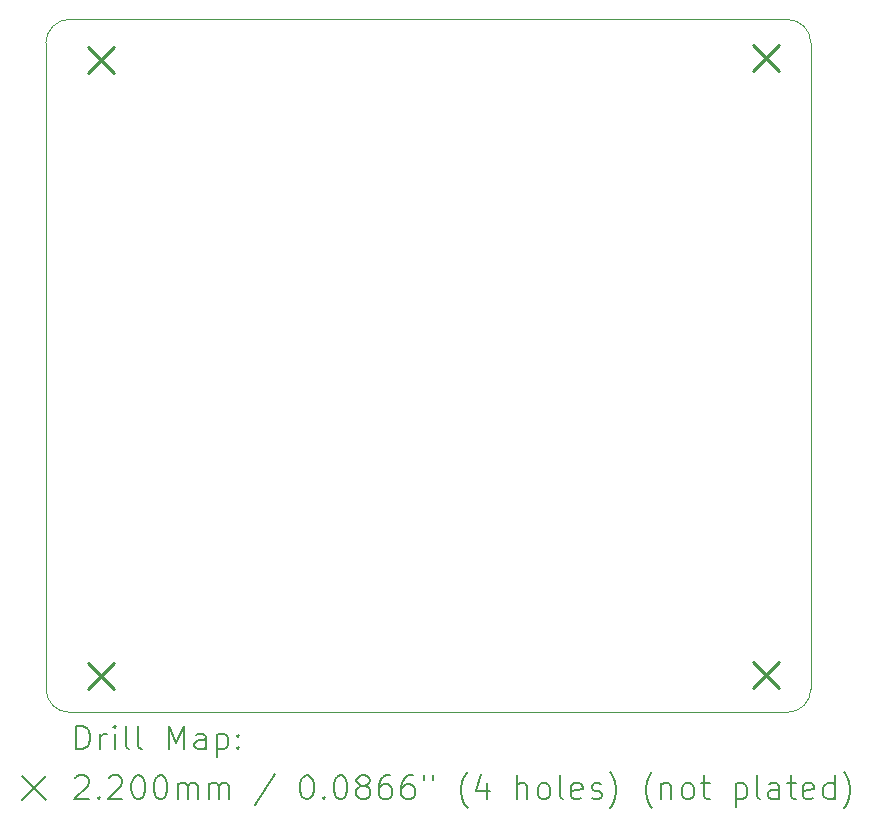
<source format=gbr>
%TF.GenerationSoftware,KiCad,Pcbnew,8.0.7*%
%TF.CreationDate,2025-05-01T01:05:52-07:00*%
%TF.ProjectId,salp_board,73616c70-5f62-46f6-9172-642e6b696361,rev?*%
%TF.SameCoordinates,Original*%
%TF.FileFunction,Drillmap*%
%TF.FilePolarity,Positive*%
%FSLAX45Y45*%
G04 Gerber Fmt 4.5, Leading zero omitted, Abs format (unit mm)*
G04 Created by KiCad (PCBNEW 8.0.7) date 2025-05-01 01:05:52*
%MOMM*%
%LPD*%
G01*
G04 APERTURE LIST*
%ADD10C,0.050000*%
%ADD11C,0.200000*%
%ADD12C,0.220000*%
G04 APERTURE END LIST*
D10*
X19637400Y-11480800D02*
X13560400Y-11480800D01*
X13360400Y-11280800D02*
X13360400Y-5813400D01*
X13560400Y-5613400D02*
X19637400Y-5613400D01*
X13560400Y-11480800D02*
G75*
G02*
X13360400Y-11280800I0J200000D01*
G01*
X19637400Y-5613400D02*
G75*
G02*
X19837400Y-5813400I0J-200000D01*
G01*
X19837400Y-5813400D02*
X19837400Y-11280800D01*
X19837400Y-11280800D02*
G75*
G02*
X19637400Y-11480800I-200000J0D01*
G01*
X13360400Y-5813400D02*
G75*
G02*
X13560400Y-5613400I200000J0D01*
G01*
D11*
D12*
X13720300Y-5846300D02*
X13940300Y-6066300D01*
X13940300Y-5846300D02*
X13720300Y-6066300D01*
X13720300Y-11066000D02*
X13940300Y-11286000D01*
X13940300Y-11066000D02*
X13720300Y-11286000D01*
X19346400Y-5833600D02*
X19566400Y-6053600D01*
X19566400Y-5833600D02*
X19346400Y-6053600D01*
X19346400Y-11053300D02*
X19566400Y-11273300D01*
X19566400Y-11053300D02*
X19346400Y-11273300D01*
D11*
X13618677Y-11794784D02*
X13618677Y-11594784D01*
X13618677Y-11594784D02*
X13666296Y-11594784D01*
X13666296Y-11594784D02*
X13694867Y-11604308D01*
X13694867Y-11604308D02*
X13713915Y-11623355D01*
X13713915Y-11623355D02*
X13723439Y-11642403D01*
X13723439Y-11642403D02*
X13732962Y-11680498D01*
X13732962Y-11680498D02*
X13732962Y-11709069D01*
X13732962Y-11709069D02*
X13723439Y-11747165D01*
X13723439Y-11747165D02*
X13713915Y-11766212D01*
X13713915Y-11766212D02*
X13694867Y-11785260D01*
X13694867Y-11785260D02*
X13666296Y-11794784D01*
X13666296Y-11794784D02*
X13618677Y-11794784D01*
X13818677Y-11794784D02*
X13818677Y-11661450D01*
X13818677Y-11699546D02*
X13828201Y-11680498D01*
X13828201Y-11680498D02*
X13837724Y-11670974D01*
X13837724Y-11670974D02*
X13856772Y-11661450D01*
X13856772Y-11661450D02*
X13875820Y-11661450D01*
X13942486Y-11794784D02*
X13942486Y-11661450D01*
X13942486Y-11594784D02*
X13932962Y-11604308D01*
X13932962Y-11604308D02*
X13942486Y-11613831D01*
X13942486Y-11613831D02*
X13952010Y-11604308D01*
X13952010Y-11604308D02*
X13942486Y-11594784D01*
X13942486Y-11594784D02*
X13942486Y-11613831D01*
X14066296Y-11794784D02*
X14047248Y-11785260D01*
X14047248Y-11785260D02*
X14037724Y-11766212D01*
X14037724Y-11766212D02*
X14037724Y-11594784D01*
X14171058Y-11794784D02*
X14152010Y-11785260D01*
X14152010Y-11785260D02*
X14142486Y-11766212D01*
X14142486Y-11766212D02*
X14142486Y-11594784D01*
X14399629Y-11794784D02*
X14399629Y-11594784D01*
X14399629Y-11594784D02*
X14466296Y-11737641D01*
X14466296Y-11737641D02*
X14532962Y-11594784D01*
X14532962Y-11594784D02*
X14532962Y-11794784D01*
X14713915Y-11794784D02*
X14713915Y-11690022D01*
X14713915Y-11690022D02*
X14704391Y-11670974D01*
X14704391Y-11670974D02*
X14685343Y-11661450D01*
X14685343Y-11661450D02*
X14647248Y-11661450D01*
X14647248Y-11661450D02*
X14628201Y-11670974D01*
X14713915Y-11785260D02*
X14694867Y-11794784D01*
X14694867Y-11794784D02*
X14647248Y-11794784D01*
X14647248Y-11794784D02*
X14628201Y-11785260D01*
X14628201Y-11785260D02*
X14618677Y-11766212D01*
X14618677Y-11766212D02*
X14618677Y-11747165D01*
X14618677Y-11747165D02*
X14628201Y-11728117D01*
X14628201Y-11728117D02*
X14647248Y-11718593D01*
X14647248Y-11718593D02*
X14694867Y-11718593D01*
X14694867Y-11718593D02*
X14713915Y-11709069D01*
X14809153Y-11661450D02*
X14809153Y-11861450D01*
X14809153Y-11670974D02*
X14828201Y-11661450D01*
X14828201Y-11661450D02*
X14866296Y-11661450D01*
X14866296Y-11661450D02*
X14885343Y-11670974D01*
X14885343Y-11670974D02*
X14894867Y-11680498D01*
X14894867Y-11680498D02*
X14904391Y-11699546D01*
X14904391Y-11699546D02*
X14904391Y-11756688D01*
X14904391Y-11756688D02*
X14894867Y-11775736D01*
X14894867Y-11775736D02*
X14885343Y-11785260D01*
X14885343Y-11785260D02*
X14866296Y-11794784D01*
X14866296Y-11794784D02*
X14828201Y-11794784D01*
X14828201Y-11794784D02*
X14809153Y-11785260D01*
X14990105Y-11775736D02*
X14999629Y-11785260D01*
X14999629Y-11785260D02*
X14990105Y-11794784D01*
X14990105Y-11794784D02*
X14980582Y-11785260D01*
X14980582Y-11785260D02*
X14990105Y-11775736D01*
X14990105Y-11775736D02*
X14990105Y-11794784D01*
X14990105Y-11670974D02*
X14999629Y-11680498D01*
X14999629Y-11680498D02*
X14990105Y-11690022D01*
X14990105Y-11690022D02*
X14980582Y-11680498D01*
X14980582Y-11680498D02*
X14990105Y-11670974D01*
X14990105Y-11670974D02*
X14990105Y-11690022D01*
X13157900Y-12023300D02*
X13357900Y-12223300D01*
X13357900Y-12023300D02*
X13157900Y-12223300D01*
X13609153Y-12033831D02*
X13618677Y-12024308D01*
X13618677Y-12024308D02*
X13637724Y-12014784D01*
X13637724Y-12014784D02*
X13685343Y-12014784D01*
X13685343Y-12014784D02*
X13704391Y-12024308D01*
X13704391Y-12024308D02*
X13713915Y-12033831D01*
X13713915Y-12033831D02*
X13723439Y-12052879D01*
X13723439Y-12052879D02*
X13723439Y-12071927D01*
X13723439Y-12071927D02*
X13713915Y-12100498D01*
X13713915Y-12100498D02*
X13599629Y-12214784D01*
X13599629Y-12214784D02*
X13723439Y-12214784D01*
X13809153Y-12195736D02*
X13818677Y-12205260D01*
X13818677Y-12205260D02*
X13809153Y-12214784D01*
X13809153Y-12214784D02*
X13799629Y-12205260D01*
X13799629Y-12205260D02*
X13809153Y-12195736D01*
X13809153Y-12195736D02*
X13809153Y-12214784D01*
X13894867Y-12033831D02*
X13904391Y-12024308D01*
X13904391Y-12024308D02*
X13923439Y-12014784D01*
X13923439Y-12014784D02*
X13971058Y-12014784D01*
X13971058Y-12014784D02*
X13990105Y-12024308D01*
X13990105Y-12024308D02*
X13999629Y-12033831D01*
X13999629Y-12033831D02*
X14009153Y-12052879D01*
X14009153Y-12052879D02*
X14009153Y-12071927D01*
X14009153Y-12071927D02*
X13999629Y-12100498D01*
X13999629Y-12100498D02*
X13885343Y-12214784D01*
X13885343Y-12214784D02*
X14009153Y-12214784D01*
X14132962Y-12014784D02*
X14152010Y-12014784D01*
X14152010Y-12014784D02*
X14171058Y-12024308D01*
X14171058Y-12024308D02*
X14180582Y-12033831D01*
X14180582Y-12033831D02*
X14190105Y-12052879D01*
X14190105Y-12052879D02*
X14199629Y-12090974D01*
X14199629Y-12090974D02*
X14199629Y-12138593D01*
X14199629Y-12138593D02*
X14190105Y-12176688D01*
X14190105Y-12176688D02*
X14180582Y-12195736D01*
X14180582Y-12195736D02*
X14171058Y-12205260D01*
X14171058Y-12205260D02*
X14152010Y-12214784D01*
X14152010Y-12214784D02*
X14132962Y-12214784D01*
X14132962Y-12214784D02*
X14113915Y-12205260D01*
X14113915Y-12205260D02*
X14104391Y-12195736D01*
X14104391Y-12195736D02*
X14094867Y-12176688D01*
X14094867Y-12176688D02*
X14085343Y-12138593D01*
X14085343Y-12138593D02*
X14085343Y-12090974D01*
X14085343Y-12090974D02*
X14094867Y-12052879D01*
X14094867Y-12052879D02*
X14104391Y-12033831D01*
X14104391Y-12033831D02*
X14113915Y-12024308D01*
X14113915Y-12024308D02*
X14132962Y-12014784D01*
X14323439Y-12014784D02*
X14342486Y-12014784D01*
X14342486Y-12014784D02*
X14361534Y-12024308D01*
X14361534Y-12024308D02*
X14371058Y-12033831D01*
X14371058Y-12033831D02*
X14380582Y-12052879D01*
X14380582Y-12052879D02*
X14390105Y-12090974D01*
X14390105Y-12090974D02*
X14390105Y-12138593D01*
X14390105Y-12138593D02*
X14380582Y-12176688D01*
X14380582Y-12176688D02*
X14371058Y-12195736D01*
X14371058Y-12195736D02*
X14361534Y-12205260D01*
X14361534Y-12205260D02*
X14342486Y-12214784D01*
X14342486Y-12214784D02*
X14323439Y-12214784D01*
X14323439Y-12214784D02*
X14304391Y-12205260D01*
X14304391Y-12205260D02*
X14294867Y-12195736D01*
X14294867Y-12195736D02*
X14285343Y-12176688D01*
X14285343Y-12176688D02*
X14275820Y-12138593D01*
X14275820Y-12138593D02*
X14275820Y-12090974D01*
X14275820Y-12090974D02*
X14285343Y-12052879D01*
X14285343Y-12052879D02*
X14294867Y-12033831D01*
X14294867Y-12033831D02*
X14304391Y-12024308D01*
X14304391Y-12024308D02*
X14323439Y-12014784D01*
X14475820Y-12214784D02*
X14475820Y-12081450D01*
X14475820Y-12100498D02*
X14485343Y-12090974D01*
X14485343Y-12090974D02*
X14504391Y-12081450D01*
X14504391Y-12081450D02*
X14532963Y-12081450D01*
X14532963Y-12081450D02*
X14552010Y-12090974D01*
X14552010Y-12090974D02*
X14561534Y-12110022D01*
X14561534Y-12110022D02*
X14561534Y-12214784D01*
X14561534Y-12110022D02*
X14571058Y-12090974D01*
X14571058Y-12090974D02*
X14590105Y-12081450D01*
X14590105Y-12081450D02*
X14618677Y-12081450D01*
X14618677Y-12081450D02*
X14637724Y-12090974D01*
X14637724Y-12090974D02*
X14647248Y-12110022D01*
X14647248Y-12110022D02*
X14647248Y-12214784D01*
X14742486Y-12214784D02*
X14742486Y-12081450D01*
X14742486Y-12100498D02*
X14752010Y-12090974D01*
X14752010Y-12090974D02*
X14771058Y-12081450D01*
X14771058Y-12081450D02*
X14799629Y-12081450D01*
X14799629Y-12081450D02*
X14818677Y-12090974D01*
X14818677Y-12090974D02*
X14828201Y-12110022D01*
X14828201Y-12110022D02*
X14828201Y-12214784D01*
X14828201Y-12110022D02*
X14837724Y-12090974D01*
X14837724Y-12090974D02*
X14856772Y-12081450D01*
X14856772Y-12081450D02*
X14885343Y-12081450D01*
X14885343Y-12081450D02*
X14904391Y-12090974D01*
X14904391Y-12090974D02*
X14913915Y-12110022D01*
X14913915Y-12110022D02*
X14913915Y-12214784D01*
X15304391Y-12005260D02*
X15132963Y-12262403D01*
X15561534Y-12014784D02*
X15580582Y-12014784D01*
X15580582Y-12014784D02*
X15599629Y-12024308D01*
X15599629Y-12024308D02*
X15609153Y-12033831D01*
X15609153Y-12033831D02*
X15618677Y-12052879D01*
X15618677Y-12052879D02*
X15628201Y-12090974D01*
X15628201Y-12090974D02*
X15628201Y-12138593D01*
X15628201Y-12138593D02*
X15618677Y-12176688D01*
X15618677Y-12176688D02*
X15609153Y-12195736D01*
X15609153Y-12195736D02*
X15599629Y-12205260D01*
X15599629Y-12205260D02*
X15580582Y-12214784D01*
X15580582Y-12214784D02*
X15561534Y-12214784D01*
X15561534Y-12214784D02*
X15542486Y-12205260D01*
X15542486Y-12205260D02*
X15532963Y-12195736D01*
X15532963Y-12195736D02*
X15523439Y-12176688D01*
X15523439Y-12176688D02*
X15513915Y-12138593D01*
X15513915Y-12138593D02*
X15513915Y-12090974D01*
X15513915Y-12090974D02*
X15523439Y-12052879D01*
X15523439Y-12052879D02*
X15532963Y-12033831D01*
X15532963Y-12033831D02*
X15542486Y-12024308D01*
X15542486Y-12024308D02*
X15561534Y-12014784D01*
X15713915Y-12195736D02*
X15723439Y-12205260D01*
X15723439Y-12205260D02*
X15713915Y-12214784D01*
X15713915Y-12214784D02*
X15704391Y-12205260D01*
X15704391Y-12205260D02*
X15713915Y-12195736D01*
X15713915Y-12195736D02*
X15713915Y-12214784D01*
X15847248Y-12014784D02*
X15866296Y-12014784D01*
X15866296Y-12014784D02*
X15885344Y-12024308D01*
X15885344Y-12024308D02*
X15894867Y-12033831D01*
X15894867Y-12033831D02*
X15904391Y-12052879D01*
X15904391Y-12052879D02*
X15913915Y-12090974D01*
X15913915Y-12090974D02*
X15913915Y-12138593D01*
X15913915Y-12138593D02*
X15904391Y-12176688D01*
X15904391Y-12176688D02*
X15894867Y-12195736D01*
X15894867Y-12195736D02*
X15885344Y-12205260D01*
X15885344Y-12205260D02*
X15866296Y-12214784D01*
X15866296Y-12214784D02*
X15847248Y-12214784D01*
X15847248Y-12214784D02*
X15828201Y-12205260D01*
X15828201Y-12205260D02*
X15818677Y-12195736D01*
X15818677Y-12195736D02*
X15809153Y-12176688D01*
X15809153Y-12176688D02*
X15799629Y-12138593D01*
X15799629Y-12138593D02*
X15799629Y-12090974D01*
X15799629Y-12090974D02*
X15809153Y-12052879D01*
X15809153Y-12052879D02*
X15818677Y-12033831D01*
X15818677Y-12033831D02*
X15828201Y-12024308D01*
X15828201Y-12024308D02*
X15847248Y-12014784D01*
X16028201Y-12100498D02*
X16009153Y-12090974D01*
X16009153Y-12090974D02*
X15999629Y-12081450D01*
X15999629Y-12081450D02*
X15990106Y-12062403D01*
X15990106Y-12062403D02*
X15990106Y-12052879D01*
X15990106Y-12052879D02*
X15999629Y-12033831D01*
X15999629Y-12033831D02*
X16009153Y-12024308D01*
X16009153Y-12024308D02*
X16028201Y-12014784D01*
X16028201Y-12014784D02*
X16066296Y-12014784D01*
X16066296Y-12014784D02*
X16085344Y-12024308D01*
X16085344Y-12024308D02*
X16094867Y-12033831D01*
X16094867Y-12033831D02*
X16104391Y-12052879D01*
X16104391Y-12052879D02*
X16104391Y-12062403D01*
X16104391Y-12062403D02*
X16094867Y-12081450D01*
X16094867Y-12081450D02*
X16085344Y-12090974D01*
X16085344Y-12090974D02*
X16066296Y-12100498D01*
X16066296Y-12100498D02*
X16028201Y-12100498D01*
X16028201Y-12100498D02*
X16009153Y-12110022D01*
X16009153Y-12110022D02*
X15999629Y-12119546D01*
X15999629Y-12119546D02*
X15990106Y-12138593D01*
X15990106Y-12138593D02*
X15990106Y-12176688D01*
X15990106Y-12176688D02*
X15999629Y-12195736D01*
X15999629Y-12195736D02*
X16009153Y-12205260D01*
X16009153Y-12205260D02*
X16028201Y-12214784D01*
X16028201Y-12214784D02*
X16066296Y-12214784D01*
X16066296Y-12214784D02*
X16085344Y-12205260D01*
X16085344Y-12205260D02*
X16094867Y-12195736D01*
X16094867Y-12195736D02*
X16104391Y-12176688D01*
X16104391Y-12176688D02*
X16104391Y-12138593D01*
X16104391Y-12138593D02*
X16094867Y-12119546D01*
X16094867Y-12119546D02*
X16085344Y-12110022D01*
X16085344Y-12110022D02*
X16066296Y-12100498D01*
X16275820Y-12014784D02*
X16237725Y-12014784D01*
X16237725Y-12014784D02*
X16218677Y-12024308D01*
X16218677Y-12024308D02*
X16209153Y-12033831D01*
X16209153Y-12033831D02*
X16190106Y-12062403D01*
X16190106Y-12062403D02*
X16180582Y-12100498D01*
X16180582Y-12100498D02*
X16180582Y-12176688D01*
X16180582Y-12176688D02*
X16190106Y-12195736D01*
X16190106Y-12195736D02*
X16199629Y-12205260D01*
X16199629Y-12205260D02*
X16218677Y-12214784D01*
X16218677Y-12214784D02*
X16256772Y-12214784D01*
X16256772Y-12214784D02*
X16275820Y-12205260D01*
X16275820Y-12205260D02*
X16285344Y-12195736D01*
X16285344Y-12195736D02*
X16294867Y-12176688D01*
X16294867Y-12176688D02*
X16294867Y-12129069D01*
X16294867Y-12129069D02*
X16285344Y-12110022D01*
X16285344Y-12110022D02*
X16275820Y-12100498D01*
X16275820Y-12100498D02*
X16256772Y-12090974D01*
X16256772Y-12090974D02*
X16218677Y-12090974D01*
X16218677Y-12090974D02*
X16199629Y-12100498D01*
X16199629Y-12100498D02*
X16190106Y-12110022D01*
X16190106Y-12110022D02*
X16180582Y-12129069D01*
X16466296Y-12014784D02*
X16428201Y-12014784D01*
X16428201Y-12014784D02*
X16409153Y-12024308D01*
X16409153Y-12024308D02*
X16399629Y-12033831D01*
X16399629Y-12033831D02*
X16380582Y-12062403D01*
X16380582Y-12062403D02*
X16371058Y-12100498D01*
X16371058Y-12100498D02*
X16371058Y-12176688D01*
X16371058Y-12176688D02*
X16380582Y-12195736D01*
X16380582Y-12195736D02*
X16390106Y-12205260D01*
X16390106Y-12205260D02*
X16409153Y-12214784D01*
X16409153Y-12214784D02*
X16447248Y-12214784D01*
X16447248Y-12214784D02*
X16466296Y-12205260D01*
X16466296Y-12205260D02*
X16475820Y-12195736D01*
X16475820Y-12195736D02*
X16485344Y-12176688D01*
X16485344Y-12176688D02*
X16485344Y-12129069D01*
X16485344Y-12129069D02*
X16475820Y-12110022D01*
X16475820Y-12110022D02*
X16466296Y-12100498D01*
X16466296Y-12100498D02*
X16447248Y-12090974D01*
X16447248Y-12090974D02*
X16409153Y-12090974D01*
X16409153Y-12090974D02*
X16390106Y-12100498D01*
X16390106Y-12100498D02*
X16380582Y-12110022D01*
X16380582Y-12110022D02*
X16371058Y-12129069D01*
X16561534Y-12014784D02*
X16561534Y-12052879D01*
X16637725Y-12014784D02*
X16637725Y-12052879D01*
X16932963Y-12290974D02*
X16923439Y-12281450D01*
X16923439Y-12281450D02*
X16904391Y-12252879D01*
X16904391Y-12252879D02*
X16894868Y-12233831D01*
X16894868Y-12233831D02*
X16885344Y-12205260D01*
X16885344Y-12205260D02*
X16875820Y-12157641D01*
X16875820Y-12157641D02*
X16875820Y-12119546D01*
X16875820Y-12119546D02*
X16885344Y-12071927D01*
X16885344Y-12071927D02*
X16894868Y-12043355D01*
X16894868Y-12043355D02*
X16904391Y-12024308D01*
X16904391Y-12024308D02*
X16923439Y-11995736D01*
X16923439Y-11995736D02*
X16932963Y-11986212D01*
X17094868Y-12081450D02*
X17094868Y-12214784D01*
X17047249Y-12005260D02*
X16999630Y-12148117D01*
X16999630Y-12148117D02*
X17123439Y-12148117D01*
X17352011Y-12214784D02*
X17352011Y-12014784D01*
X17437725Y-12214784D02*
X17437725Y-12110022D01*
X17437725Y-12110022D02*
X17428201Y-12090974D01*
X17428201Y-12090974D02*
X17409153Y-12081450D01*
X17409153Y-12081450D02*
X17380582Y-12081450D01*
X17380582Y-12081450D02*
X17361534Y-12090974D01*
X17361534Y-12090974D02*
X17352011Y-12100498D01*
X17561534Y-12214784D02*
X17542487Y-12205260D01*
X17542487Y-12205260D02*
X17532963Y-12195736D01*
X17532963Y-12195736D02*
X17523439Y-12176688D01*
X17523439Y-12176688D02*
X17523439Y-12119546D01*
X17523439Y-12119546D02*
X17532963Y-12100498D01*
X17532963Y-12100498D02*
X17542487Y-12090974D01*
X17542487Y-12090974D02*
X17561534Y-12081450D01*
X17561534Y-12081450D02*
X17590106Y-12081450D01*
X17590106Y-12081450D02*
X17609153Y-12090974D01*
X17609153Y-12090974D02*
X17618677Y-12100498D01*
X17618677Y-12100498D02*
X17628201Y-12119546D01*
X17628201Y-12119546D02*
X17628201Y-12176688D01*
X17628201Y-12176688D02*
X17618677Y-12195736D01*
X17618677Y-12195736D02*
X17609153Y-12205260D01*
X17609153Y-12205260D02*
X17590106Y-12214784D01*
X17590106Y-12214784D02*
X17561534Y-12214784D01*
X17742487Y-12214784D02*
X17723439Y-12205260D01*
X17723439Y-12205260D02*
X17713915Y-12186212D01*
X17713915Y-12186212D02*
X17713915Y-12014784D01*
X17894868Y-12205260D02*
X17875820Y-12214784D01*
X17875820Y-12214784D02*
X17837725Y-12214784D01*
X17837725Y-12214784D02*
X17818677Y-12205260D01*
X17818677Y-12205260D02*
X17809153Y-12186212D01*
X17809153Y-12186212D02*
X17809153Y-12110022D01*
X17809153Y-12110022D02*
X17818677Y-12090974D01*
X17818677Y-12090974D02*
X17837725Y-12081450D01*
X17837725Y-12081450D02*
X17875820Y-12081450D01*
X17875820Y-12081450D02*
X17894868Y-12090974D01*
X17894868Y-12090974D02*
X17904392Y-12110022D01*
X17904392Y-12110022D02*
X17904392Y-12129069D01*
X17904392Y-12129069D02*
X17809153Y-12148117D01*
X17980582Y-12205260D02*
X17999630Y-12214784D01*
X17999630Y-12214784D02*
X18037725Y-12214784D01*
X18037725Y-12214784D02*
X18056773Y-12205260D01*
X18056773Y-12205260D02*
X18066296Y-12186212D01*
X18066296Y-12186212D02*
X18066296Y-12176688D01*
X18066296Y-12176688D02*
X18056773Y-12157641D01*
X18056773Y-12157641D02*
X18037725Y-12148117D01*
X18037725Y-12148117D02*
X18009153Y-12148117D01*
X18009153Y-12148117D02*
X17990106Y-12138593D01*
X17990106Y-12138593D02*
X17980582Y-12119546D01*
X17980582Y-12119546D02*
X17980582Y-12110022D01*
X17980582Y-12110022D02*
X17990106Y-12090974D01*
X17990106Y-12090974D02*
X18009153Y-12081450D01*
X18009153Y-12081450D02*
X18037725Y-12081450D01*
X18037725Y-12081450D02*
X18056773Y-12090974D01*
X18132963Y-12290974D02*
X18142487Y-12281450D01*
X18142487Y-12281450D02*
X18161534Y-12252879D01*
X18161534Y-12252879D02*
X18171058Y-12233831D01*
X18171058Y-12233831D02*
X18180582Y-12205260D01*
X18180582Y-12205260D02*
X18190106Y-12157641D01*
X18190106Y-12157641D02*
X18190106Y-12119546D01*
X18190106Y-12119546D02*
X18180582Y-12071927D01*
X18180582Y-12071927D02*
X18171058Y-12043355D01*
X18171058Y-12043355D02*
X18161534Y-12024308D01*
X18161534Y-12024308D02*
X18142487Y-11995736D01*
X18142487Y-11995736D02*
X18132963Y-11986212D01*
X18494868Y-12290974D02*
X18485344Y-12281450D01*
X18485344Y-12281450D02*
X18466296Y-12252879D01*
X18466296Y-12252879D02*
X18456773Y-12233831D01*
X18456773Y-12233831D02*
X18447249Y-12205260D01*
X18447249Y-12205260D02*
X18437725Y-12157641D01*
X18437725Y-12157641D02*
X18437725Y-12119546D01*
X18437725Y-12119546D02*
X18447249Y-12071927D01*
X18447249Y-12071927D02*
X18456773Y-12043355D01*
X18456773Y-12043355D02*
X18466296Y-12024308D01*
X18466296Y-12024308D02*
X18485344Y-11995736D01*
X18485344Y-11995736D02*
X18494868Y-11986212D01*
X18571058Y-12081450D02*
X18571058Y-12214784D01*
X18571058Y-12100498D02*
X18580582Y-12090974D01*
X18580582Y-12090974D02*
X18599630Y-12081450D01*
X18599630Y-12081450D02*
X18628201Y-12081450D01*
X18628201Y-12081450D02*
X18647249Y-12090974D01*
X18647249Y-12090974D02*
X18656773Y-12110022D01*
X18656773Y-12110022D02*
X18656773Y-12214784D01*
X18780582Y-12214784D02*
X18761534Y-12205260D01*
X18761534Y-12205260D02*
X18752011Y-12195736D01*
X18752011Y-12195736D02*
X18742487Y-12176688D01*
X18742487Y-12176688D02*
X18742487Y-12119546D01*
X18742487Y-12119546D02*
X18752011Y-12100498D01*
X18752011Y-12100498D02*
X18761534Y-12090974D01*
X18761534Y-12090974D02*
X18780582Y-12081450D01*
X18780582Y-12081450D02*
X18809154Y-12081450D01*
X18809154Y-12081450D02*
X18828201Y-12090974D01*
X18828201Y-12090974D02*
X18837725Y-12100498D01*
X18837725Y-12100498D02*
X18847249Y-12119546D01*
X18847249Y-12119546D02*
X18847249Y-12176688D01*
X18847249Y-12176688D02*
X18837725Y-12195736D01*
X18837725Y-12195736D02*
X18828201Y-12205260D01*
X18828201Y-12205260D02*
X18809154Y-12214784D01*
X18809154Y-12214784D02*
X18780582Y-12214784D01*
X18904392Y-12081450D02*
X18980582Y-12081450D01*
X18932963Y-12014784D02*
X18932963Y-12186212D01*
X18932963Y-12186212D02*
X18942487Y-12205260D01*
X18942487Y-12205260D02*
X18961534Y-12214784D01*
X18961534Y-12214784D02*
X18980582Y-12214784D01*
X19199630Y-12081450D02*
X19199630Y-12281450D01*
X19199630Y-12090974D02*
X19218677Y-12081450D01*
X19218677Y-12081450D02*
X19256773Y-12081450D01*
X19256773Y-12081450D02*
X19275820Y-12090974D01*
X19275820Y-12090974D02*
X19285344Y-12100498D01*
X19285344Y-12100498D02*
X19294868Y-12119546D01*
X19294868Y-12119546D02*
X19294868Y-12176688D01*
X19294868Y-12176688D02*
X19285344Y-12195736D01*
X19285344Y-12195736D02*
X19275820Y-12205260D01*
X19275820Y-12205260D02*
X19256773Y-12214784D01*
X19256773Y-12214784D02*
X19218677Y-12214784D01*
X19218677Y-12214784D02*
X19199630Y-12205260D01*
X19409154Y-12214784D02*
X19390106Y-12205260D01*
X19390106Y-12205260D02*
X19380582Y-12186212D01*
X19380582Y-12186212D02*
X19380582Y-12014784D01*
X19571058Y-12214784D02*
X19571058Y-12110022D01*
X19571058Y-12110022D02*
X19561535Y-12090974D01*
X19561535Y-12090974D02*
X19542487Y-12081450D01*
X19542487Y-12081450D02*
X19504392Y-12081450D01*
X19504392Y-12081450D02*
X19485344Y-12090974D01*
X19571058Y-12205260D02*
X19552011Y-12214784D01*
X19552011Y-12214784D02*
X19504392Y-12214784D01*
X19504392Y-12214784D02*
X19485344Y-12205260D01*
X19485344Y-12205260D02*
X19475820Y-12186212D01*
X19475820Y-12186212D02*
X19475820Y-12167165D01*
X19475820Y-12167165D02*
X19485344Y-12148117D01*
X19485344Y-12148117D02*
X19504392Y-12138593D01*
X19504392Y-12138593D02*
X19552011Y-12138593D01*
X19552011Y-12138593D02*
X19571058Y-12129069D01*
X19637725Y-12081450D02*
X19713915Y-12081450D01*
X19666296Y-12014784D02*
X19666296Y-12186212D01*
X19666296Y-12186212D02*
X19675820Y-12205260D01*
X19675820Y-12205260D02*
X19694868Y-12214784D01*
X19694868Y-12214784D02*
X19713915Y-12214784D01*
X19856773Y-12205260D02*
X19837725Y-12214784D01*
X19837725Y-12214784D02*
X19799630Y-12214784D01*
X19799630Y-12214784D02*
X19780582Y-12205260D01*
X19780582Y-12205260D02*
X19771058Y-12186212D01*
X19771058Y-12186212D02*
X19771058Y-12110022D01*
X19771058Y-12110022D02*
X19780582Y-12090974D01*
X19780582Y-12090974D02*
X19799630Y-12081450D01*
X19799630Y-12081450D02*
X19837725Y-12081450D01*
X19837725Y-12081450D02*
X19856773Y-12090974D01*
X19856773Y-12090974D02*
X19866296Y-12110022D01*
X19866296Y-12110022D02*
X19866296Y-12129069D01*
X19866296Y-12129069D02*
X19771058Y-12148117D01*
X20037725Y-12214784D02*
X20037725Y-12014784D01*
X20037725Y-12205260D02*
X20018677Y-12214784D01*
X20018677Y-12214784D02*
X19980582Y-12214784D01*
X19980582Y-12214784D02*
X19961535Y-12205260D01*
X19961535Y-12205260D02*
X19952011Y-12195736D01*
X19952011Y-12195736D02*
X19942487Y-12176688D01*
X19942487Y-12176688D02*
X19942487Y-12119546D01*
X19942487Y-12119546D02*
X19952011Y-12100498D01*
X19952011Y-12100498D02*
X19961535Y-12090974D01*
X19961535Y-12090974D02*
X19980582Y-12081450D01*
X19980582Y-12081450D02*
X20018677Y-12081450D01*
X20018677Y-12081450D02*
X20037725Y-12090974D01*
X20113916Y-12290974D02*
X20123439Y-12281450D01*
X20123439Y-12281450D02*
X20142487Y-12252879D01*
X20142487Y-12252879D02*
X20152011Y-12233831D01*
X20152011Y-12233831D02*
X20161535Y-12205260D01*
X20161535Y-12205260D02*
X20171058Y-12157641D01*
X20171058Y-12157641D02*
X20171058Y-12119546D01*
X20171058Y-12119546D02*
X20161535Y-12071927D01*
X20161535Y-12071927D02*
X20152011Y-12043355D01*
X20152011Y-12043355D02*
X20142487Y-12024308D01*
X20142487Y-12024308D02*
X20123439Y-11995736D01*
X20123439Y-11995736D02*
X20113916Y-11986212D01*
M02*

</source>
